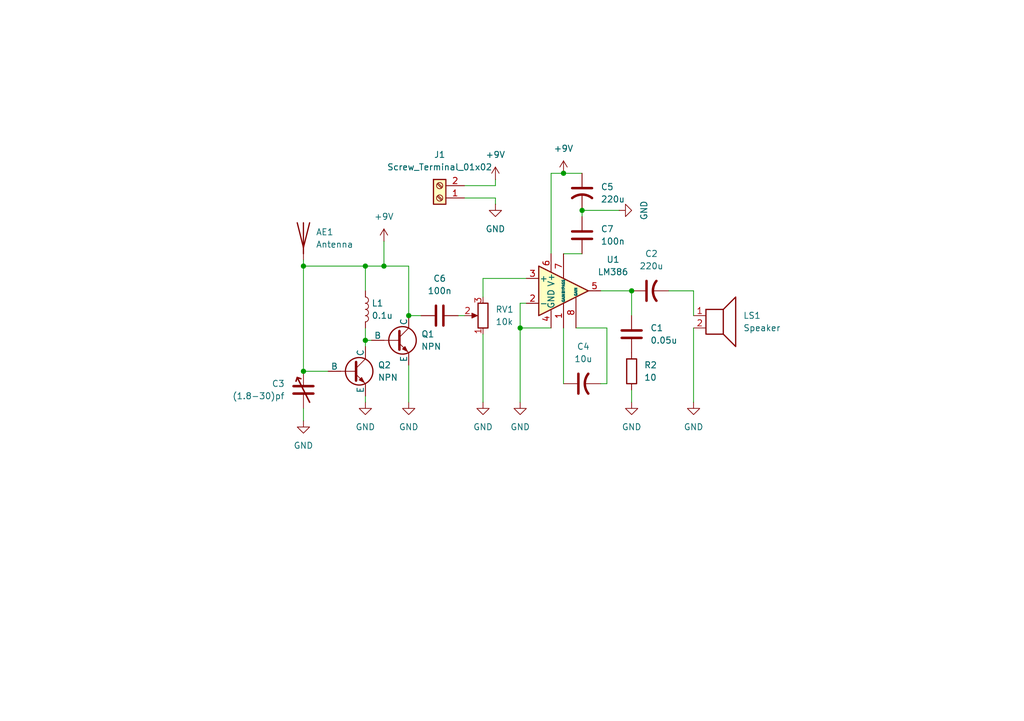
<source format=kicad_sch>
(kicad_sch
	(version 20250114)
	(generator "eeschema")
	(generator_version "9.0")
	(uuid "35206661-cff6-4a6f-9e5d-0b2d016310b3")
	(paper "A5")
	(lib_symbols
		(symbol "Amplifier_Audio:LM386"
			(pin_names
				(offset 0.127)
			)
			(exclude_from_sim no)
			(in_bom yes)
			(on_board yes)
			(property "Reference" "U"
				(at 1.27 7.62 0)
				(effects
					(font
						(size 1.27 1.27)
					)
					(justify left)
				)
			)
			(property "Value" "LM386"
				(at 1.27 5.08 0)
				(effects
					(font
						(size 1.27 1.27)
					)
					(justify left)
				)
			)
			(property "Footprint" ""
				(at 2.54 2.54 0)
				(effects
					(font
						(size 1.27 1.27)
					)
					(hide yes)
				)
			)
			(property "Datasheet" "http://www.ti.com/lit/ds/symlink/lm386.pdf"
				(at 5.08 5.08 0)
				(effects
					(font
						(size 1.27 1.27)
					)
					(hide yes)
				)
			)
			(property "Description" "Low Voltage Audio Power Amplifier, DIP-8/SOIC-8/SSOP-8"
				(at 0 0 0)
				(effects
					(font
						(size 1.27 1.27)
					)
					(hide yes)
				)
			)
			(property "ki_keywords" "single Power opamp"
				(at 0 0 0)
				(effects
					(font
						(size 1.27 1.27)
					)
					(hide yes)
				)
			)
			(property "ki_fp_filters" "SOIC*3.9x4.9mm*P1.27mm* DIP*W7.62mm* MSSOP*P0.65mm* TSSOP*3x3mm*P0.5mm*"
				(at 0 0 0)
				(effects
					(font
						(size 1.27 1.27)
					)
					(hide yes)
				)
			)
			(symbol "LM386_0_1"
				(polyline
					(pts
						(xy 5.08 0) (xy -5.08 5.08) (xy -5.08 -5.08) (xy 5.08 0)
					)
					(stroke
						(width 0.254)
						(type default)
					)
					(fill
						(type background)
					)
				)
			)
			(symbol "LM386_1_1"
				(pin input line
					(at -7.62 2.54 0)
					(length 2.54)
					(name "+"
						(effects
							(font
								(size 1.27 1.27)
							)
						)
					)
					(number "3"
						(effects
							(font
								(size 1.27 1.27)
							)
						)
					)
				)
				(pin input line
					(at -7.62 -2.54 0)
					(length 2.54)
					(name "-"
						(effects
							(font
								(size 1.27 1.27)
							)
						)
					)
					(number "2"
						(effects
							(font
								(size 1.27 1.27)
							)
						)
					)
				)
				(pin power_in line
					(at -2.54 7.62 270)
					(length 3.81)
					(name "V+"
						(effects
							(font
								(size 1.27 1.27)
							)
						)
					)
					(number "6"
						(effects
							(font
								(size 1.27 1.27)
							)
						)
					)
				)
				(pin power_in line
					(at -2.54 -7.62 90)
					(length 3.81)
					(name "GND"
						(effects
							(font
								(size 1.27 1.27)
							)
						)
					)
					(number "4"
						(effects
							(font
								(size 1.27 1.27)
							)
						)
					)
				)
				(pin input line
					(at 0 7.62 270)
					(length 5.08)
					(name "BYPASS"
						(effects
							(font
								(size 0.508 0.508)
							)
						)
					)
					(number "7"
						(effects
							(font
								(size 1.27 1.27)
							)
						)
					)
				)
				(pin input line
					(at 0 -7.62 90)
					(length 5.08)
					(name "GAIN"
						(effects
							(font
								(size 0.508 0.508)
							)
						)
					)
					(number "1"
						(effects
							(font
								(size 1.27 1.27)
							)
						)
					)
				)
				(pin input line
					(at 2.54 -7.62 90)
					(length 6.35)
					(name "GAIN"
						(effects
							(font
								(size 0.508 0.508)
							)
						)
					)
					(number "8"
						(effects
							(font
								(size 1.27 1.27)
							)
						)
					)
				)
				(pin output line
					(at 7.62 0 180)
					(length 2.54)
					(name "~"
						(effects
							(font
								(size 1.27 1.27)
							)
						)
					)
					(number "5"
						(effects
							(font
								(size 1.27 1.27)
							)
						)
					)
				)
			)
			(embedded_fonts no)
		)
		(symbol "Connector:Screw_Terminal_01x02"
			(pin_names
				(offset 1.016)
				(hide yes)
			)
			(exclude_from_sim no)
			(in_bom yes)
			(on_board yes)
			(property "Reference" "J"
				(at 0 2.54 0)
				(effects
					(font
						(size 1.27 1.27)
					)
				)
			)
			(property "Value" "Screw_Terminal_01x02"
				(at 0 -5.08 0)
				(effects
					(font
						(size 1.27 1.27)
					)
				)
			)
			(property "Footprint" ""
				(at 0 0 0)
				(effects
					(font
						(size 1.27 1.27)
					)
					(hide yes)
				)
			)
			(property "Datasheet" "~"
				(at 0 0 0)
				(effects
					(font
						(size 1.27 1.27)
					)
					(hide yes)
				)
			)
			(property "Description" "Generic screw terminal, single row, 01x02, script generated (kicad-library-utils/schlib/autogen/connector/)"
				(at 0 0 0)
				(effects
					(font
						(size 1.27 1.27)
					)
					(hide yes)
				)
			)
			(property "ki_keywords" "screw terminal"
				(at 0 0 0)
				(effects
					(font
						(size 1.27 1.27)
					)
					(hide yes)
				)
			)
			(property "ki_fp_filters" "TerminalBlock*:*"
				(at 0 0 0)
				(effects
					(font
						(size 1.27 1.27)
					)
					(hide yes)
				)
			)
			(symbol "Screw_Terminal_01x02_1_1"
				(rectangle
					(start -1.27 1.27)
					(end 1.27 -3.81)
					(stroke
						(width 0.254)
						(type default)
					)
					(fill
						(type background)
					)
				)
				(polyline
					(pts
						(xy -0.5334 0.3302) (xy 0.3302 -0.508)
					)
					(stroke
						(width 0.1524)
						(type default)
					)
					(fill
						(type none)
					)
				)
				(polyline
					(pts
						(xy -0.5334 -2.2098) (xy 0.3302 -3.048)
					)
					(stroke
						(width 0.1524)
						(type default)
					)
					(fill
						(type none)
					)
				)
				(polyline
					(pts
						(xy -0.3556 0.508) (xy 0.508 -0.3302)
					)
					(stroke
						(width 0.1524)
						(type default)
					)
					(fill
						(type none)
					)
				)
				(polyline
					(pts
						(xy -0.3556 -2.032) (xy 0.508 -2.8702)
					)
					(stroke
						(width 0.1524)
						(type default)
					)
					(fill
						(type none)
					)
				)
				(circle
					(center 0 0)
					(radius 0.635)
					(stroke
						(width 0.1524)
						(type default)
					)
					(fill
						(type none)
					)
				)
				(circle
					(center 0 -2.54)
					(radius 0.635)
					(stroke
						(width 0.1524)
						(type default)
					)
					(fill
						(type none)
					)
				)
				(pin passive line
					(at -5.08 0 0)
					(length 3.81)
					(name "Pin_1"
						(effects
							(font
								(size 1.27 1.27)
							)
						)
					)
					(number "1"
						(effects
							(font
								(size 1.27 1.27)
							)
						)
					)
				)
				(pin passive line
					(at -5.08 -2.54 0)
					(length 3.81)
					(name "Pin_2"
						(effects
							(font
								(size 1.27 1.27)
							)
						)
					)
					(number "2"
						(effects
							(font
								(size 1.27 1.27)
							)
						)
					)
				)
			)
			(embedded_fonts no)
		)
		(symbol "Device:Antenna"
			(pin_numbers
				(hide yes)
			)
			(pin_names
				(offset 1.016)
				(hide yes)
			)
			(exclude_from_sim no)
			(in_bom yes)
			(on_board yes)
			(property "Reference" "AE"
				(at -1.905 1.905 0)
				(effects
					(font
						(size 1.27 1.27)
					)
					(justify right)
				)
			)
			(property "Value" "Antenna"
				(at -1.905 0 0)
				(effects
					(font
						(size 1.27 1.27)
					)
					(justify right)
				)
			)
			(property "Footprint" ""
				(at 0 0 0)
				(effects
					(font
						(size 1.27 1.27)
					)
					(hide yes)
				)
			)
			(property "Datasheet" "~"
				(at 0 0 0)
				(effects
					(font
						(size 1.27 1.27)
					)
					(hide yes)
				)
			)
			(property "Description" "Antenna"
				(at 0 0 0)
				(effects
					(font
						(size 1.27 1.27)
					)
					(hide yes)
				)
			)
			(property "ki_keywords" "antenna"
				(at 0 0 0)
				(effects
					(font
						(size 1.27 1.27)
					)
					(hide yes)
				)
			)
			(symbol "Antenna_0_1"
				(polyline
					(pts
						(xy 0 2.54) (xy 0 -3.81)
					)
					(stroke
						(width 0.254)
						(type default)
					)
					(fill
						(type none)
					)
				)
				(polyline
					(pts
						(xy 1.27 2.54) (xy 0 -2.54) (xy -1.27 2.54)
					)
					(stroke
						(width 0.254)
						(type default)
					)
					(fill
						(type none)
					)
				)
			)
			(symbol "Antenna_1_1"
				(pin input line
					(at 0 -5.08 90)
					(length 2.54)
					(name "A"
						(effects
							(font
								(size 1.27 1.27)
							)
						)
					)
					(number "1"
						(effects
							(font
								(size 1.27 1.27)
							)
						)
					)
				)
			)
			(embedded_fonts no)
		)
		(symbol "Device:C"
			(pin_numbers
				(hide yes)
			)
			(pin_names
				(offset 0.254)
			)
			(exclude_from_sim no)
			(in_bom yes)
			(on_board yes)
			(property "Reference" "C"
				(at 0.635 2.54 0)
				(effects
					(font
						(size 1.27 1.27)
					)
					(justify left)
				)
			)
			(property "Value" "C"
				(at 0.635 -2.54 0)
				(effects
					(font
						(size 1.27 1.27)
					)
					(justify left)
				)
			)
			(property "Footprint" ""
				(at 0.9652 -3.81 0)
				(effects
					(font
						(size 1.27 1.27)
					)
					(hide yes)
				)
			)
			(property "Datasheet" "~"
				(at 0 0 0)
				(effects
					(font
						(size 1.27 1.27)
					)
					(hide yes)
				)
			)
			(property "Description" "Unpolarized capacitor"
				(at 0 0 0)
				(effects
					(font
						(size 1.27 1.27)
					)
					(hide yes)
				)
			)
			(property "ki_keywords" "cap capacitor"
				(at 0 0 0)
				(effects
					(font
						(size 1.27 1.27)
					)
					(hide yes)
				)
			)
			(property "ki_fp_filters" "C_*"
				(at 0 0 0)
				(effects
					(font
						(size 1.27 1.27)
					)
					(hide yes)
				)
			)
			(symbol "C_0_1"
				(polyline
					(pts
						(xy -2.032 0.762) (xy 2.032 0.762)
					)
					(stroke
						(width 0.508)
						(type default)
					)
					(fill
						(type none)
					)
				)
				(polyline
					(pts
						(xy -2.032 -0.762) (xy 2.032 -0.762)
					)
					(stroke
						(width 0.508)
						(type default)
					)
					(fill
						(type none)
					)
				)
			)
			(symbol "C_1_1"
				(pin passive line
					(at 0 3.81 270)
					(length 2.794)
					(name "~"
						(effects
							(font
								(size 1.27 1.27)
							)
						)
					)
					(number "1"
						(effects
							(font
								(size 1.27 1.27)
							)
						)
					)
				)
				(pin passive line
					(at 0 -3.81 90)
					(length 2.794)
					(name "~"
						(effects
							(font
								(size 1.27 1.27)
							)
						)
					)
					(number "2"
						(effects
							(font
								(size 1.27 1.27)
							)
						)
					)
				)
			)
			(embedded_fonts no)
		)
		(symbol "Device:C_US"
			(pin_numbers
				(hide yes)
			)
			(pin_names
				(offset 0.254)
				(hide yes)
			)
			(exclude_from_sim no)
			(in_bom yes)
			(on_board yes)
			(property "Reference" "C"
				(at 0.635 2.54 0)
				(effects
					(font
						(size 1.27 1.27)
					)
					(justify left)
				)
			)
			(property "Value" "C_US"
				(at 0.635 -2.54 0)
				(effects
					(font
						(size 1.27 1.27)
					)
					(justify left)
				)
			)
			(property "Footprint" ""
				(at 0 0 0)
				(effects
					(font
						(size 1.27 1.27)
					)
					(hide yes)
				)
			)
			(property "Datasheet" ""
				(at 0 0 0)
				(effects
					(font
						(size 1.27 1.27)
					)
					(hide yes)
				)
			)
			(property "Description" "capacitor, US symbol"
				(at 0 0 0)
				(effects
					(font
						(size 1.27 1.27)
					)
					(hide yes)
				)
			)
			(property "ki_keywords" "cap capacitor"
				(at 0 0 0)
				(effects
					(font
						(size 1.27 1.27)
					)
					(hide yes)
				)
			)
			(property "ki_fp_filters" "C_*"
				(at 0 0 0)
				(effects
					(font
						(size 1.27 1.27)
					)
					(hide yes)
				)
			)
			(symbol "C_US_0_1"
				(polyline
					(pts
						(xy -2.032 0.762) (xy 2.032 0.762)
					)
					(stroke
						(width 0.508)
						(type default)
					)
					(fill
						(type none)
					)
				)
				(arc
					(start -2.032 -1.27)
					(mid 0 -0.5572)
					(end 2.032 -1.27)
					(stroke
						(width 0.508)
						(type default)
					)
					(fill
						(type none)
					)
				)
			)
			(symbol "C_US_1_1"
				(pin passive line
					(at 0 3.81 270)
					(length 2.794)
					(name "~"
						(effects
							(font
								(size 1.27 1.27)
							)
						)
					)
					(number "1"
						(effects
							(font
								(size 1.27 1.27)
							)
						)
					)
				)
				(pin passive line
					(at 0 -3.81 90)
					(length 3.302)
					(name "~"
						(effects
							(font
								(size 1.27 1.27)
							)
						)
					)
					(number "2"
						(effects
							(font
								(size 1.27 1.27)
							)
						)
					)
				)
			)
			(embedded_fonts no)
		)
		(symbol "Device:C_Variable"
			(pin_numbers
				(hide yes)
			)
			(pin_names
				(offset 0.254)
				(hide yes)
			)
			(exclude_from_sim no)
			(in_bom yes)
			(on_board yes)
			(property "Reference" "C"
				(at 0.635 -1.905 0)
				(effects
					(font
						(size 1.27 1.27)
					)
					(justify left)
				)
			)
			(property "Value" "C_Variable"
				(at 0.635 -3.81 0)
				(effects
					(font
						(size 1.27 1.27)
					)
					(justify left)
				)
			)
			(property "Footprint" ""
				(at 0 0 0)
				(effects
					(font
						(size 1.27 1.27)
					)
					(hide yes)
				)
			)
			(property "Datasheet" "~"
				(at 0 0 0)
				(effects
					(font
						(size 1.27 1.27)
					)
					(hide yes)
				)
			)
			(property "Description" "Variable capacitor"
				(at 0 0 0)
				(effects
					(font
						(size 1.27 1.27)
					)
					(hide yes)
				)
			)
			(property "ki_keywords" "trimmer capacitor"
				(at 0 0 0)
				(effects
					(font
						(size 1.27 1.27)
					)
					(hide yes)
				)
			)
			(symbol "C_Variable_0_1"
				(polyline
					(pts
						(xy -2.032 0.762) (xy 2.032 0.762)
					)
					(stroke
						(width 0.508)
						(type default)
					)
					(fill
						(type none)
					)
				)
				(polyline
					(pts
						(xy -2.032 -0.762) (xy 2.032 -0.762)
					)
					(stroke
						(width 0.508)
						(type default)
					)
					(fill
						(type none)
					)
				)
				(polyline
					(pts
						(xy 1.27 2.54) (xy -1.27 -2.54)
					)
					(stroke
						(width 0.3048)
						(type default)
					)
					(fill
						(type none)
					)
				)
				(polyline
					(pts
						(xy 1.27 2.54) (xy 0.508 2.286)
					)
					(stroke
						(width 0.3048)
						(type default)
					)
					(fill
						(type none)
					)
				)
				(polyline
					(pts
						(xy 1.27 2.54) (xy 1.524 1.778)
					)
					(stroke
						(width 0.3048)
						(type default)
					)
					(fill
						(type none)
					)
				)
			)
			(symbol "C_Variable_1_1"
				(pin passive line
					(at 0 3.81 270)
					(length 3.048)
					(name "~"
						(effects
							(font
								(size 1.27 1.27)
							)
						)
					)
					(number "1"
						(effects
							(font
								(size 1.27 1.27)
							)
						)
					)
				)
				(pin passive line
					(at 0 -3.81 90)
					(length 3.048)
					(name "~"
						(effects
							(font
								(size 1.27 1.27)
							)
						)
					)
					(number "2"
						(effects
							(font
								(size 1.27 1.27)
							)
						)
					)
				)
			)
			(embedded_fonts no)
		)
		(symbol "Device:L"
			(pin_numbers
				(hide yes)
			)
			(pin_names
				(offset 1.016)
				(hide yes)
			)
			(exclude_from_sim no)
			(in_bom yes)
			(on_board yes)
			(property "Reference" "L"
				(at -1.27 0 90)
				(effects
					(font
						(size 1.27 1.27)
					)
				)
			)
			(property "Value" "L"
				(at 1.905 0 90)
				(effects
					(font
						(size 1.27 1.27)
					)
				)
			)
			(property "Footprint" ""
				(at 0 0 0)
				(effects
					(font
						(size 1.27 1.27)
					)
					(hide yes)
				)
			)
			(property "Datasheet" "~"
				(at 0 0 0)
				(effects
					(font
						(size 1.27 1.27)
					)
					(hide yes)
				)
			)
			(property "Description" "Inductor"
				(at 0 0 0)
				(effects
					(font
						(size 1.27 1.27)
					)
					(hide yes)
				)
			)
			(property "ki_keywords" "inductor choke coil reactor magnetic"
				(at 0 0 0)
				(effects
					(font
						(size 1.27 1.27)
					)
					(hide yes)
				)
			)
			(property "ki_fp_filters" "Choke_* *Coil* Inductor_* L_*"
				(at 0 0 0)
				(effects
					(font
						(size 1.27 1.27)
					)
					(hide yes)
				)
			)
			(symbol "L_0_1"
				(arc
					(start 0 2.54)
					(mid 0.6323 1.905)
					(end 0 1.27)
					(stroke
						(width 0)
						(type default)
					)
					(fill
						(type none)
					)
				)
				(arc
					(start 0 1.27)
					(mid 0.6323 0.635)
					(end 0 0)
					(stroke
						(width 0)
						(type default)
					)
					(fill
						(type none)
					)
				)
				(arc
					(start 0 0)
					(mid 0.6323 -0.635)
					(end 0 -1.27)
					(stroke
						(width 0)
						(type default)
					)
					(fill
						(type none)
					)
				)
				(arc
					(start 0 -1.27)
					(mid 0.6323 -1.905)
					(end 0 -2.54)
					(stroke
						(width 0)
						(type default)
					)
					(fill
						(type none)
					)
				)
			)
			(symbol "L_1_1"
				(pin passive line
					(at 0 3.81 270)
					(length 1.27)
					(name "1"
						(effects
							(font
								(size 1.27 1.27)
							)
						)
					)
					(number "1"
						(effects
							(font
								(size 1.27 1.27)
							)
						)
					)
				)
				(pin passive line
					(at 0 -3.81 90)
					(length 1.27)
					(name "2"
						(effects
							(font
								(size 1.27 1.27)
							)
						)
					)
					(number "2"
						(effects
							(font
								(size 1.27 1.27)
							)
						)
					)
				)
			)
			(embedded_fonts no)
		)
		(symbol "Device:R"
			(pin_numbers
				(hide yes)
			)
			(pin_names
				(offset 0)
			)
			(exclude_from_sim no)
			(in_bom yes)
			(on_board yes)
			(property "Reference" "R"
				(at 2.032 0 90)
				(effects
					(font
						(size 1.27 1.27)
					)
				)
			)
			(property "Value" "R"
				(at 0 0 90)
				(effects
					(font
						(size 1.27 1.27)
					)
				)
			)
			(property "Footprint" ""
				(at -1.778 0 90)
				(effects
					(font
						(size 1.27 1.27)
					)
					(hide yes)
				)
			)
			(property "Datasheet" "~"
				(at 0 0 0)
				(effects
					(font
						(size 1.27 1.27)
					)
					(hide yes)
				)
			)
			(property "Description" "Resistor"
				(at 0 0 0)
				(effects
					(font
						(size 1.27 1.27)
					)
					(hide yes)
				)
			)
			(property "ki_keywords" "R res resistor"
				(at 0 0 0)
				(effects
					(font
						(size 1.27 1.27)
					)
					(hide yes)
				)
			)
			(property "ki_fp_filters" "R_*"
				(at 0 0 0)
				(effects
					(font
						(size 1.27 1.27)
					)
					(hide yes)
				)
			)
			(symbol "R_0_1"
				(rectangle
					(start -1.016 -2.54)
					(end 1.016 2.54)
					(stroke
						(width 0.254)
						(type default)
					)
					(fill
						(type none)
					)
				)
			)
			(symbol "R_1_1"
				(pin passive line
					(at 0 3.81 270)
					(length 1.27)
					(name "~"
						(effects
							(font
								(size 1.27 1.27)
							)
						)
					)
					(number "1"
						(effects
							(font
								(size 1.27 1.27)
							)
						)
					)
				)
				(pin passive line
					(at 0 -3.81 90)
					(length 1.27)
					(name "~"
						(effects
							(font
								(size 1.27 1.27)
							)
						)
					)
					(number "2"
						(effects
							(font
								(size 1.27 1.27)
							)
						)
					)
				)
			)
			(embedded_fonts no)
		)
		(symbol "Device:R_Potentiometer"
			(pin_names
				(offset 1.016)
				(hide yes)
			)
			(exclude_from_sim no)
			(in_bom yes)
			(on_board yes)
			(property "Reference" "RV"
				(at -4.445 0 90)
				(effects
					(font
						(size 1.27 1.27)
					)
				)
			)
			(property "Value" "R_Potentiometer"
				(at -2.54 0 90)
				(effects
					(font
						(size 1.27 1.27)
					)
				)
			)
			(property "Footprint" ""
				(at 0 0 0)
				(effects
					(font
						(size 1.27 1.27)
					)
					(hide yes)
				)
			)
			(property "Datasheet" "~"
				(at 0 0 0)
				(effects
					(font
						(size 1.27 1.27)
					)
					(hide yes)
				)
			)
			(property "Description" "Potentiometer"
				(at 0 0 0)
				(effects
					(font
						(size 1.27 1.27)
					)
					(hide yes)
				)
			)
			(property "ki_keywords" "resistor variable"
				(at 0 0 0)
				(effects
					(font
						(size 1.27 1.27)
					)
					(hide yes)
				)
			)
			(property "ki_fp_filters" "Potentiometer*"
				(at 0 0 0)
				(effects
					(font
						(size 1.27 1.27)
					)
					(hide yes)
				)
			)
			(symbol "R_Potentiometer_0_1"
				(rectangle
					(start 1.016 2.54)
					(end -1.016 -2.54)
					(stroke
						(width 0.254)
						(type default)
					)
					(fill
						(type none)
					)
				)
				(polyline
					(pts
						(xy 1.143 0) (xy 2.286 0.508) (xy 2.286 -0.508) (xy 1.143 0)
					)
					(stroke
						(width 0)
						(type default)
					)
					(fill
						(type outline)
					)
				)
				(polyline
					(pts
						(xy 2.54 0) (xy 1.524 0)
					)
					(stroke
						(width 0)
						(type default)
					)
					(fill
						(type none)
					)
				)
			)
			(symbol "R_Potentiometer_1_1"
				(pin passive line
					(at 0 3.81 270)
					(length 1.27)
					(name "1"
						(effects
							(font
								(size 1.27 1.27)
							)
						)
					)
					(number "1"
						(effects
							(font
								(size 1.27 1.27)
							)
						)
					)
				)
				(pin passive line
					(at 0 -3.81 90)
					(length 1.27)
					(name "3"
						(effects
							(font
								(size 1.27 1.27)
							)
						)
					)
					(number "3"
						(effects
							(font
								(size 1.27 1.27)
							)
						)
					)
				)
				(pin passive line
					(at 3.81 0 180)
					(length 1.27)
					(name "2"
						(effects
							(font
								(size 1.27 1.27)
							)
						)
					)
					(number "2"
						(effects
							(font
								(size 1.27 1.27)
							)
						)
					)
				)
			)
			(embedded_fonts no)
		)
		(symbol "Device:Speaker"
			(pin_names
				(offset 0)
				(hide yes)
			)
			(exclude_from_sim no)
			(in_bom yes)
			(on_board yes)
			(property "Reference" "LS"
				(at 1.27 5.715 0)
				(effects
					(font
						(size 1.27 1.27)
					)
					(justify right)
				)
			)
			(property "Value" "Speaker"
				(at 1.27 3.81 0)
				(effects
					(font
						(size 1.27 1.27)
					)
					(justify right)
				)
			)
			(property "Footprint" ""
				(at 0 -5.08 0)
				(effects
					(font
						(size 1.27 1.27)
					)
					(hide yes)
				)
			)
			(property "Datasheet" "~"
				(at -0.254 -1.27 0)
				(effects
					(font
						(size 1.27 1.27)
					)
					(hide yes)
				)
			)
			(property "Description" "Speaker"
				(at 0 0 0)
				(effects
					(font
						(size 1.27 1.27)
					)
					(hide yes)
				)
			)
			(property "ki_keywords" "speaker sound"
				(at 0 0 0)
				(effects
					(font
						(size 1.27 1.27)
					)
					(hide yes)
				)
			)
			(symbol "Speaker_0_0"
				(rectangle
					(start -2.54 1.27)
					(end 1.016 -3.81)
					(stroke
						(width 0.254)
						(type default)
					)
					(fill
						(type none)
					)
				)
				(polyline
					(pts
						(xy 1.016 1.27) (xy 3.556 3.81) (xy 3.556 -6.35) (xy 1.016 -3.81)
					)
					(stroke
						(width 0.254)
						(type default)
					)
					(fill
						(type none)
					)
				)
			)
			(symbol "Speaker_1_1"
				(pin input line
					(at -5.08 0 0)
					(length 2.54)
					(name "1"
						(effects
							(font
								(size 1.27 1.27)
							)
						)
					)
					(number "1"
						(effects
							(font
								(size 1.27 1.27)
							)
						)
					)
				)
				(pin input line
					(at -5.08 -2.54 0)
					(length 2.54)
					(name "2"
						(effects
							(font
								(size 1.27 1.27)
							)
						)
					)
					(number "2"
						(effects
							(font
								(size 1.27 1.27)
							)
						)
					)
				)
			)
			(embedded_fonts no)
		)
		(symbol "Simulation_SPICE:NPN"
			(pin_numbers
				(hide yes)
			)
			(pin_names
				(offset 0)
			)
			(exclude_from_sim no)
			(in_bom yes)
			(on_board yes)
			(property "Reference" "Q"
				(at -2.54 7.62 0)
				(effects
					(font
						(size 1.27 1.27)
					)
				)
			)
			(property "Value" "NPN"
				(at -2.54 5.08 0)
				(effects
					(font
						(size 1.27 1.27)
					)
				)
			)
			(property "Footprint" ""
				(at 63.5 0 0)
				(effects
					(font
						(size 1.27 1.27)
					)
					(hide yes)
				)
			)
			(property "Datasheet" "https://ngspice.sourceforge.io/docs/ngspice-html-manual/manual.xhtml#cha_BJTs"
				(at 63.5 0 0)
				(effects
					(font
						(size 1.27 1.27)
					)
					(hide yes)
				)
			)
			(property "Description" "Bipolar transistor symbol for simulation only, substrate tied to the emitter"
				(at 0 0 0)
				(effects
					(font
						(size 1.27 1.27)
					)
					(hide yes)
				)
			)
			(property "Sim.Device" "NPN"
				(at 0 0 0)
				(effects
					(font
						(size 1.27 1.27)
					)
					(hide yes)
				)
			)
			(property "Sim.Type" "GUMMELPOON"
				(at 0 0 0)
				(effects
					(font
						(size 1.27 1.27)
					)
					(hide yes)
				)
			)
			(property "Sim.Pins" "1=C 2=B 3=E"
				(at 0 0 0)
				(effects
					(font
						(size 1.27 1.27)
					)
					(hide yes)
				)
			)
			(property "ki_keywords" "simulation"
				(at 0 0 0)
				(effects
					(font
						(size 1.27 1.27)
					)
					(hide yes)
				)
			)
			(symbol "NPN_0_1"
				(polyline
					(pts
						(xy -2.54 0) (xy 0.635 0)
					)
					(stroke
						(width 0.1524)
						(type default)
					)
					(fill
						(type none)
					)
				)
				(polyline
					(pts
						(xy 0.635 1.905) (xy 0.635 -1.905) (xy 0.635 -1.905)
					)
					(stroke
						(width 0.508)
						(type default)
					)
					(fill
						(type none)
					)
				)
				(polyline
					(pts
						(xy 0.635 0.635) (xy 2.54 2.54)
					)
					(stroke
						(width 0)
						(type default)
					)
					(fill
						(type none)
					)
				)
				(polyline
					(pts
						(xy 0.635 -0.635) (xy 2.54 -2.54) (xy 2.54 -2.54)
					)
					(stroke
						(width 0)
						(type default)
					)
					(fill
						(type none)
					)
				)
				(circle
					(center 1.27 0)
					(radius 2.8194)
					(stroke
						(width 0.254)
						(type default)
					)
					(fill
						(type none)
					)
				)
				(polyline
					(pts
						(xy 1.27 -1.778) (xy 1.778 -1.27) (xy 2.286 -2.286) (xy 1.27 -1.778) (xy 1.27 -1.778)
					)
					(stroke
						(width 0)
						(type default)
					)
					(fill
						(type outline)
					)
				)
				(polyline
					(pts
						(xy 2.794 -1.27) (xy 2.794 -1.27)
					)
					(stroke
						(width 0.1524)
						(type default)
					)
					(fill
						(type none)
					)
				)
				(polyline
					(pts
						(xy 2.794 -1.27) (xy 2.794 -1.27)
					)
					(stroke
						(width 0.1524)
						(type default)
					)
					(fill
						(type none)
					)
				)
			)
			(symbol "NPN_1_1"
				(pin input line
					(at -5.08 0 0)
					(length 2.54)
					(name "B"
						(effects
							(font
								(size 1.27 1.27)
							)
						)
					)
					(number "2"
						(effects
							(font
								(size 1.27 1.27)
							)
						)
					)
				)
				(pin open_collector line
					(at 2.54 5.08 270)
					(length 2.54)
					(name "C"
						(effects
							(font
								(size 1.27 1.27)
							)
						)
					)
					(number "1"
						(effects
							(font
								(size 1.27 1.27)
							)
						)
					)
				)
				(pin open_emitter line
					(at 2.54 -5.08 90)
					(length 2.54)
					(name "E"
						(effects
							(font
								(size 1.27 1.27)
							)
						)
					)
					(number "3"
						(effects
							(font
								(size 1.27 1.27)
							)
						)
					)
				)
			)
			(embedded_fonts no)
		)
		(symbol "power:+9V"
			(power)
			(pin_numbers
				(hide yes)
			)
			(pin_names
				(offset 0)
				(hide yes)
			)
			(exclude_from_sim no)
			(in_bom yes)
			(on_board yes)
			(property "Reference" "#PWR"
				(at 0 -3.81 0)
				(effects
					(font
						(size 1.27 1.27)
					)
					(hide yes)
				)
			)
			(property "Value" "+9V"
				(at 0 3.556 0)
				(effects
					(font
						(size 1.27 1.27)
					)
				)
			)
			(property "Footprint" ""
				(at 0 0 0)
				(effects
					(font
						(size 1.27 1.27)
					)
					(hide yes)
				)
			)
			(property "Datasheet" ""
				(at 0 0 0)
				(effects
					(font
						(size 1.27 1.27)
					)
					(hide yes)
				)
			)
			(property "Description" "Power symbol creates a global label with name \"+9V\""
				(at 0 0 0)
				(effects
					(font
						(size 1.27 1.27)
					)
					(hide yes)
				)
			)
			(property "ki_keywords" "global power"
				(at 0 0 0)
				(effects
					(font
						(size 1.27 1.27)
					)
					(hide yes)
				)
			)
			(symbol "+9V_0_1"
				(polyline
					(pts
						(xy -0.762 1.27) (xy 0 2.54)
					)
					(stroke
						(width 0)
						(type default)
					)
					(fill
						(type none)
					)
				)
				(polyline
					(pts
						(xy 0 2.54) (xy 0.762 1.27)
					)
					(stroke
						(width 0)
						(type default)
					)
					(fill
						(type none)
					)
				)
				(polyline
					(pts
						(xy 0 0) (xy 0 2.54)
					)
					(stroke
						(width 0)
						(type default)
					)
					(fill
						(type none)
					)
				)
			)
			(symbol "+9V_1_1"
				(pin power_in line
					(at 0 0 90)
					(length 0)
					(name "~"
						(effects
							(font
								(size 1.27 1.27)
							)
						)
					)
					(number "1"
						(effects
							(font
								(size 1.27 1.27)
							)
						)
					)
				)
			)
			(embedded_fonts no)
		)
		(symbol "power:GND"
			(power)
			(pin_numbers
				(hide yes)
			)
			(pin_names
				(offset 0)
				(hide yes)
			)
			(exclude_from_sim no)
			(in_bom yes)
			(on_board yes)
			(property "Reference" "#PWR"
				(at 0 -6.35 0)
				(effects
					(font
						(size 1.27 1.27)
					)
					(hide yes)
				)
			)
			(property "Value" "GND"
				(at 0 -3.81 0)
				(effects
					(font
						(size 1.27 1.27)
					)
				)
			)
			(property "Footprint" ""
				(at 0 0 0)
				(effects
					(font
						(size 1.27 1.27)
					)
					(hide yes)
				)
			)
			(property "Datasheet" ""
				(at 0 0 0)
				(effects
					(font
						(size 1.27 1.27)
					)
					(hide yes)
				)
			)
			(property "Description" "Power symbol creates a global label with name \"GND\" , ground"
				(at 0 0 0)
				(effects
					(font
						(size 1.27 1.27)
					)
					(hide yes)
				)
			)
			(property "ki_keywords" "global power"
				(at 0 0 0)
				(effects
					(font
						(size 1.27 1.27)
					)
					(hide yes)
				)
			)
			(symbol "GND_0_1"
				(polyline
					(pts
						(xy 0 0) (xy 0 -1.27) (xy 1.27 -1.27) (xy 0 -2.54) (xy -1.27 -1.27) (xy 0 -1.27)
					)
					(stroke
						(width 0)
						(type default)
					)
					(fill
						(type none)
					)
				)
			)
			(symbol "GND_1_1"
				(pin power_in line
					(at 0 0 270)
					(length 0)
					(name "~"
						(effects
							(font
								(size 1.27 1.27)
							)
						)
					)
					(number "1"
						(effects
							(font
								(size 1.27 1.27)
							)
						)
					)
				)
			)
			(embedded_fonts no)
		)
	)
	(junction
		(at 83.82 64.77)
		(diameter 0)
		(color 0 0 0 0)
		(uuid "098b3e86-30b5-49b9-8d83-434af0aa0477")
	)
	(junction
		(at 62.23 54.61)
		(diameter 0)
		(color 0 0 0 0)
		(uuid "11682733-2923-499c-a6aa-77c3f3827ce3")
	)
	(junction
		(at 62.23 76.2)
		(diameter 0)
		(color 0 0 0 0)
		(uuid "18ab530d-3b2f-4708-81df-ff4976ae1821")
	)
	(junction
		(at 74.93 69.85)
		(diameter 0)
		(color 0 0 0 0)
		(uuid "4c66a948-8dcd-4c1d-aab4-066a01c3b9f9")
	)
	(junction
		(at 119.38 43.18)
		(diameter 0)
		(color 0 0 0 0)
		(uuid "706e4b04-04e4-4955-b316-4a6fdfafa10f")
	)
	(junction
		(at 129.54 59.69)
		(diameter 0)
		(color 0 0 0 0)
		(uuid "882bd565-1c2a-4064-a78c-cac4c3bc3cf5")
	)
	(junction
		(at 115.57 35.56)
		(diameter 0)
		(color 0 0 0 0)
		(uuid "9e02a951-9c0d-469b-8076-62cc65239577")
	)
	(junction
		(at 78.74 54.61)
		(diameter 0)
		(color 0 0 0 0)
		(uuid "c69066a2-10b2-4a3e-ab77-b19afd592d61")
	)
	(junction
		(at 106.68 67.31)
		(diameter 0)
		(color 0 0 0 0)
		(uuid "f0a077fc-d7ff-4dc6-a546-d7848cc8542c")
	)
	(junction
		(at 74.93 54.61)
		(diameter 0)
		(color 0 0 0 0)
		(uuid "f534de8c-4632-4d99-9fcd-0e0864a0b88f")
	)
	(wire
		(pts
			(xy 67.31 76.2) (xy 62.23 76.2)
		)
		(stroke
			(width 0)
			(type default)
		)
		(uuid "0b7f3594-0be4-488e-a968-517289b44a37")
	)
	(wire
		(pts
			(xy 101.6 41.91) (xy 101.6 40.64)
		)
		(stroke
			(width 0)
			(type default)
		)
		(uuid "0c618247-4926-4d8d-a920-57c706e3868f")
	)
	(wire
		(pts
			(xy 129.54 59.69) (xy 129.54 64.77)
		)
		(stroke
			(width 0)
			(type default)
		)
		(uuid "0e52a006-3742-484d-b8f7-98b7a8b8a6a0")
	)
	(wire
		(pts
			(xy 95.25 38.1) (xy 101.6 38.1)
		)
		(stroke
			(width 0)
			(type default)
		)
		(uuid "15ec857e-94ff-4f9c-a1ee-18915216cffc")
	)
	(wire
		(pts
			(xy 83.82 74.93) (xy 83.82 82.55)
		)
		(stroke
			(width 0)
			(type default)
		)
		(uuid "16f16011-4118-47ec-8a46-b83d11f8a1a1")
	)
	(wire
		(pts
			(xy 142.24 67.31) (xy 142.24 82.55)
		)
		(stroke
			(width 0)
			(type default)
		)
		(uuid "1af40aac-e51b-4f77-8af5-4742ff4a8153")
	)
	(wire
		(pts
			(xy 107.95 62.23) (xy 106.68 62.23)
		)
		(stroke
			(width 0)
			(type default)
		)
		(uuid "1cd8f25a-623d-40ab-9874-a631b8a1e65a")
	)
	(wire
		(pts
			(xy 115.57 35.56) (xy 119.38 35.56)
		)
		(stroke
			(width 0)
			(type default)
		)
		(uuid "1f104ab2-c5ae-4afb-bfef-009cf2be7307")
	)
	(wire
		(pts
			(xy 106.68 67.31) (xy 113.03 67.31)
		)
		(stroke
			(width 0)
			(type default)
		)
		(uuid "2922aab8-e05e-435b-ac27-0695c1bac0d1")
	)
	(wire
		(pts
			(xy 74.93 67.31) (xy 74.93 69.85)
		)
		(stroke
			(width 0)
			(type default)
		)
		(uuid "2cfe0742-8583-4c1c-9688-0f2d10f1e4da")
	)
	(wire
		(pts
			(xy 62.23 54.61) (xy 74.93 54.61)
		)
		(stroke
			(width 0)
			(type default)
		)
		(uuid "30717d01-a828-4f9f-9afe-f79030560406")
	)
	(wire
		(pts
			(xy 83.82 64.77) (xy 86.36 64.77)
		)
		(stroke
			(width 0)
			(type default)
		)
		(uuid "347c970e-2a25-48f9-ba39-46d3d71e427e")
	)
	(wire
		(pts
			(xy 78.74 49.53) (xy 78.74 54.61)
		)
		(stroke
			(width 0)
			(type default)
		)
		(uuid "3ee8bea0-8873-4bf3-8417-9a760dac5fa5")
	)
	(wire
		(pts
			(xy 74.93 81.28) (xy 74.93 82.55)
		)
		(stroke
			(width 0)
			(type default)
		)
		(uuid "3fbca2c4-8873-43f1-89ab-96a72084529f")
	)
	(wire
		(pts
			(xy 137.16 59.69) (xy 142.24 59.69)
		)
		(stroke
			(width 0)
			(type default)
		)
		(uuid "43ca58de-cff2-4e08-b10e-091784f6b9ad")
	)
	(wire
		(pts
			(xy 74.93 54.61) (xy 74.93 59.69)
		)
		(stroke
			(width 0)
			(type default)
		)
		(uuid "45ffe221-3df0-4f30-b3fb-6fbe6eef6001")
	)
	(wire
		(pts
			(xy 115.57 35.56) (xy 113.03 35.56)
		)
		(stroke
			(width 0)
			(type default)
		)
		(uuid "48938fbd-715f-4be0-a587-ef3a1f9b7cc9")
	)
	(wire
		(pts
			(xy 62.23 54.61) (xy 62.23 76.2)
		)
		(stroke
			(width 0)
			(type default)
		)
		(uuid "4ae7194c-7209-45ed-9e30-6c7ac8f28e6f")
	)
	(wire
		(pts
			(xy 78.74 54.61) (xy 83.82 54.61)
		)
		(stroke
			(width 0)
			(type default)
		)
		(uuid "52549281-4fc8-43fc-9008-ad418148e407")
	)
	(wire
		(pts
			(xy 78.74 54.61) (xy 74.93 54.61)
		)
		(stroke
			(width 0)
			(type default)
		)
		(uuid "59f16318-182a-46e8-9f45-4926bfa1d6e1")
	)
	(wire
		(pts
			(xy 76.2 69.85) (xy 74.93 69.85)
		)
		(stroke
			(width 0)
			(type default)
		)
		(uuid "5d79d8e9-cbd9-4d37-b310-c90f972525c7")
	)
	(wire
		(pts
			(xy 129.54 80.01) (xy 129.54 82.55)
		)
		(stroke
			(width 0)
			(type default)
		)
		(uuid "6d5889e2-d008-4c7d-b134-3e5d99bd4e6c")
	)
	(wire
		(pts
			(xy 113.03 35.56) (xy 113.03 52.07)
		)
		(stroke
			(width 0)
			(type default)
		)
		(uuid "71617dde-a829-4ea4-a478-c34fffe89c74")
	)
	(wire
		(pts
			(xy 101.6 38.1) (xy 101.6 36.83)
		)
		(stroke
			(width 0)
			(type default)
		)
		(uuid "79f22429-4a68-4aa0-b50f-8b6c4bfa8105")
	)
	(wire
		(pts
			(xy 74.93 69.85) (xy 74.93 71.12)
		)
		(stroke
			(width 0)
			(type default)
		)
		(uuid "8060c8fc-8e68-495e-a93c-dfa005257a99")
	)
	(wire
		(pts
			(xy 62.23 83.82) (xy 62.23 86.36)
		)
		(stroke
			(width 0)
			(type default)
		)
		(uuid "856cd547-578b-43d3-880b-6273319dd382")
	)
	(wire
		(pts
			(xy 99.06 57.15) (xy 99.06 60.96)
		)
		(stroke
			(width 0)
			(type default)
		)
		(uuid "868033e8-6ecc-40ba-b607-609d1c5cc455")
	)
	(wire
		(pts
			(xy 106.68 67.31) (xy 106.68 82.55)
		)
		(stroke
			(width 0)
			(type default)
		)
		(uuid "8df38ee8-8fd2-446a-8d7c-891ad536f539")
	)
	(wire
		(pts
			(xy 124.46 67.31) (xy 124.46 78.74)
		)
		(stroke
			(width 0)
			(type default)
		)
		(uuid "9772aaac-8b05-4526-a40a-f72460db018a")
	)
	(wire
		(pts
			(xy 119.38 43.18) (xy 119.38 44.45)
		)
		(stroke
			(width 0)
			(type default)
		)
		(uuid "9903a3fd-fb24-46ea-abf3-6932db658e9f")
	)
	(wire
		(pts
			(xy 124.46 78.74) (xy 123.19 78.74)
		)
		(stroke
			(width 0)
			(type default)
		)
		(uuid "9c1a2945-f2ee-4216-ac0f-19c32f666b9b")
	)
	(wire
		(pts
			(xy 101.6 40.64) (xy 95.25 40.64)
		)
		(stroke
			(width 0)
			(type default)
		)
		(uuid "9f876f02-f27d-46f5-a53e-b6feafc69e1c")
	)
	(wire
		(pts
			(xy 107.95 57.15) (xy 99.06 57.15)
		)
		(stroke
			(width 0)
			(type default)
		)
		(uuid "ab8d62bd-2cd4-4f23-9170-cee51717cb09")
	)
	(wire
		(pts
			(xy 62.23 53.34) (xy 62.23 54.61)
		)
		(stroke
			(width 0)
			(type default)
		)
		(uuid "abede5d9-4a74-4923-8259-6871240998a5")
	)
	(wire
		(pts
			(xy 142.24 59.69) (xy 142.24 64.77)
		)
		(stroke
			(width 0)
			(type default)
		)
		(uuid "b41bd45d-5c59-465c-88eb-48c260f7d90e")
	)
	(wire
		(pts
			(xy 83.82 54.61) (xy 83.82 64.77)
		)
		(stroke
			(width 0)
			(type default)
		)
		(uuid "b73b7dd6-f57e-49e6-b7bf-1f3aace8ef78")
	)
	(wire
		(pts
			(xy 106.68 62.23) (xy 106.68 67.31)
		)
		(stroke
			(width 0)
			(type default)
		)
		(uuid "c44d25f9-ee93-411a-a00d-101d57d980f7")
	)
	(wire
		(pts
			(xy 118.11 67.31) (xy 124.46 67.31)
		)
		(stroke
			(width 0)
			(type default)
		)
		(uuid "cd905c64-1ba8-4f17-b44a-216d5dfe910f")
	)
	(wire
		(pts
			(xy 99.06 68.58) (xy 99.06 82.55)
		)
		(stroke
			(width 0)
			(type default)
		)
		(uuid "d1e989c8-00bb-4aad-9fb7-7d44dc091529")
	)
	(wire
		(pts
			(xy 119.38 43.18) (xy 127 43.18)
		)
		(stroke
			(width 0)
			(type default)
		)
		(uuid "ebbbf158-5224-4e96-b81f-01c037b9dcd9")
	)
	(wire
		(pts
			(xy 93.98 64.77) (xy 95.25 64.77)
		)
		(stroke
			(width 0)
			(type default)
		)
		(uuid "f2f5ae45-b3b7-4282-82cb-e9050cee1811")
	)
	(wire
		(pts
			(xy 123.19 59.69) (xy 129.54 59.69)
		)
		(stroke
			(width 0)
			(type default)
		)
		(uuid "f329a4b1-14dc-4bdd-8000-7cc13ef85ee8")
	)
	(wire
		(pts
			(xy 119.38 52.07) (xy 115.57 52.07)
		)
		(stroke
			(width 0)
			(type default)
		)
		(uuid "f4ba33a3-85e9-4109-b3f6-580d64e60a0f")
	)
	(wire
		(pts
			(xy 115.57 67.31) (xy 115.57 78.74)
		)
		(stroke
			(width 0)
			(type default)
		)
		(uuid "fc23e24e-aa44-4337-a419-b9c6169febd2")
	)
	(symbol
		(lib_id "Device:C_US")
		(at 133.35 59.69 90)
		(unit 1)
		(exclude_from_sim no)
		(in_bom yes)
		(on_board yes)
		(dnp no)
		(fields_autoplaced yes)
		(uuid "0c9a24b0-0cb8-4358-952e-98f161729312")
		(property "Reference" "C2"
			(at 133.604 52.07 90)
			(effects
				(font
					(size 1.27 1.27)
				)
			)
		)
		(property "Value" "220u"
			(at 133.604 54.61 90)
			(effects
				(font
					(size 1.27 1.27)
				)
			)
		)
		(property "Footprint" "Capacitor_THT:CP_Radial_D5.0mm_P2.50mm"
			(at 133.35 59.69 0)
			(effects
				(font
					(size 1.27 1.27)
				)
				(hide yes)
			)
		)
		(property "Datasheet" ""
			(at 133.35 59.69 0)
			(effects
				(font
					(size 1.27 1.27)
				)
				(hide yes)
			)
		)
		(property "Description" "capacitor, US symbol"
			(at 133.35 59.69 0)
			(effects
				(font
					(size 1.27 1.27)
				)
				(hide yes)
			)
		)
		(pin "1"
			(uuid "0bb79463-d959-4272-9a1c-11e903b97efa")
		)
		(pin "2"
			(uuid "1d7583d2-369d-48b9-8fa2-5de0635616e1")
		)
		(instances
			(project ""
				(path "/35206661-cff6-4a6f-9e5d-0b2d016310b3"
					(reference "C2")
					(unit 1)
				)
			)
		)
	)
	(symbol
		(lib_id "Device:C_US")
		(at 119.38 39.37 0)
		(unit 1)
		(exclude_from_sim no)
		(in_bom yes)
		(on_board yes)
		(dnp no)
		(fields_autoplaced yes)
		(uuid "103b27e7-eada-46d6-9f47-cdf6dfe157a5")
		(property "Reference" "C5"
			(at 123.19 38.3539 0)
			(effects
				(font
					(size 1.27 1.27)
				)
				(justify left)
			)
		)
		(property "Value" "220u"
			(at 123.19 40.8939 0)
			(effects
				(font
					(size 1.27 1.27)
				)
				(justify left)
			)
		)
		(property "Footprint" "Capacitor_THT:CP_Radial_D5.0mm_P2.50mm"
			(at 119.38 39.37 0)
			(effects
				(font
					(size 1.27 1.27)
				)
				(hide yes)
			)
		)
		(property "Datasheet" ""
			(at 119.38 39.37 0)
			(effects
				(font
					(size 1.27 1.27)
				)
				(hide yes)
			)
		)
		(property "Description" "capacitor, US symbol"
			(at 119.38 39.37 0)
			(effects
				(font
					(size 1.27 1.27)
				)
				(hide yes)
			)
		)
		(pin "1"
			(uuid "3cb560e2-6af7-46f4-a2f5-52afcb4374fd")
		)
		(pin "2"
			(uuid "5488ad02-06bb-444f-800e-be5391a6a410")
		)
		(instances
			(project "fm-radio"
				(path "/35206661-cff6-4a6f-9e5d-0b2d016310b3"
					(reference "C5")
					(unit 1)
				)
			)
		)
	)
	(symbol
		(lib_id "power:GND")
		(at 99.06 82.55 0)
		(unit 1)
		(exclude_from_sim no)
		(in_bom yes)
		(on_board yes)
		(dnp no)
		(fields_autoplaced yes)
		(uuid "183d6455-cd42-44ea-bfad-d53f67bb7b09")
		(property "Reference" "#PWR04"
			(at 99.06 88.9 0)
			(effects
				(font
					(size 1.27 1.27)
				)
				(hide yes)
			)
		)
		(property "Value" "GND"
			(at 99.06 87.63 0)
			(effects
				(font
					(size 1.27 1.27)
				)
			)
		)
		(property "Footprint" ""
			(at 99.06 82.55 0)
			(effects
				(font
					(size 1.27 1.27)
				)
				(hide yes)
			)
		)
		(property "Datasheet" ""
			(at 99.06 82.55 0)
			(effects
				(font
					(size 1.27 1.27)
				)
				(hide yes)
			)
		)
		(property "Description" "Power symbol creates a global label with name \"GND\" , ground"
			(at 99.06 82.55 0)
			(effects
				(font
					(size 1.27 1.27)
				)
				(hide yes)
			)
		)
		(pin "1"
			(uuid "fedb39a8-fee4-44a8-8fd2-12cbcf15b0fe")
		)
		(instances
			(project "fm-radio"
				(path "/35206661-cff6-4a6f-9e5d-0b2d016310b3"
					(reference "#PWR04")
					(unit 1)
				)
			)
		)
	)
	(symbol
		(lib_id "Device:L")
		(at 74.93 63.5 0)
		(unit 1)
		(exclude_from_sim no)
		(in_bom yes)
		(on_board yes)
		(dnp no)
		(fields_autoplaced yes)
		(uuid "1b0b86e5-e76d-479b-ae3a-a9031a75a59a")
		(property "Reference" "L1"
			(at 76.2 62.2299 0)
			(effects
				(font
					(size 1.27 1.27)
				)
				(justify left)
			)
		)
		(property "Value" "0.1u"
			(at 76.2 64.7699 0)
			(effects
				(font
					(size 1.27 1.27)
				)
				(justify left)
			)
		)
		(property "Footprint" "Inductor_THT:L_Axial_L11.0mm_D4.5mm_P15.24mm_Horizontal_Fastron_MECC"
			(at 74.93 63.5 0)
			(effects
				(font
					(size 1.27 1.27)
				)
				(hide yes)
			)
		)
		(property "Datasheet" "~"
			(at 74.93 63.5 0)
			(effects
				(font
					(size 1.27 1.27)
				)
				(hide yes)
			)
		)
		(property "Description" "Inductor"
			(at 74.93 63.5 0)
			(effects
				(font
					(size 1.27 1.27)
				)
				(hide yes)
			)
		)
		(pin "2"
			(uuid "bde18e39-e4bd-4ee0-a431-0250c8822270")
		)
		(pin "1"
			(uuid "900d03a4-2f73-42b3-97cb-47e53570e2cb")
		)
		(instances
			(project ""
				(path "/35206661-cff6-4a6f-9e5d-0b2d016310b3"
					(reference "L1")
					(unit 1)
				)
			)
		)
	)
	(symbol
		(lib_id "Simulation_SPICE:NPN")
		(at 72.39 76.2 0)
		(unit 1)
		(exclude_from_sim no)
		(in_bom yes)
		(on_board yes)
		(dnp no)
		(fields_autoplaced yes)
		(uuid "20d2199c-7941-4874-880e-18edbfdf7c18")
		(property "Reference" "Q2"
			(at 77.47 74.9299 0)
			(effects
				(font
					(size 1.27 1.27)
				)
				(justify left)
			)
		)
		(property "Value" "NPN"
			(at 77.47 77.4699 0)
			(effects
				(font
					(size 1.27 1.27)
				)
				(justify left)
			)
		)
		(property "Footprint" "Package_TO_SOT_THT:TO-92_Inline"
			(at 135.89 76.2 0)
			(effects
				(font
					(size 1.27 1.27)
				)
				(hide yes)
			)
		)
		(property "Datasheet" "https://ngspice.sourceforge.io/docs/ngspice-html-manual/manual.xhtml#cha_BJTs"
			(at 135.89 76.2 0)
			(effects
				(font
					(size 1.27 1.27)
				)
				(hide yes)
			)
		)
		(property "Description" "Bipolar transistor symbol for simulation only, substrate tied to the emitter"
			(at 72.39 76.2 0)
			(effects
				(font
					(size 1.27 1.27)
				)
				(hide yes)
			)
		)
		(property "Sim.Device" "NPN"
			(at 72.39 76.2 0)
			(effects
				(font
					(size 1.27 1.27)
				)
				(hide yes)
			)
		)
		(property "Sim.Type" "GUMMELPOON"
			(at 72.39 76.2 0)
			(effects
				(font
					(size 1.27 1.27)
				)
				(hide yes)
			)
		)
		(property "Sim.Pins" "1=C 2=B 3=E"
			(at 72.39 76.2 0)
			(effects
				(font
					(size 1.27 1.27)
				)
				(hide yes)
			)
		)
		(pin "3"
			(uuid "4189321a-ec61-4712-9beb-2b843841dbc9")
		)
		(pin "1"
			(uuid "da365c2e-5d8f-4e11-9bc3-e5eba34d10cf")
		)
		(pin "2"
			(uuid "0bb797f4-c801-4e48-8d0d-04ce3dacbad9")
		)
		(instances
			(project "fm-radio"
				(path "/35206661-cff6-4a6f-9e5d-0b2d016310b3"
					(reference "Q2")
					(unit 1)
				)
			)
		)
	)
	(symbol
		(lib_id "power:GND")
		(at 62.23 86.36 0)
		(unit 1)
		(exclude_from_sim no)
		(in_bom yes)
		(on_board yes)
		(dnp no)
		(fields_autoplaced yes)
		(uuid "2eedc453-d6f4-4599-8dab-b60c7de6583c")
		(property "Reference" "#PWR010"
			(at 62.23 92.71 0)
			(effects
				(font
					(size 1.27 1.27)
				)
				(hide yes)
			)
		)
		(property "Value" "GND"
			(at 62.23 91.44 0)
			(effects
				(font
					(size 1.27 1.27)
				)
			)
		)
		(property "Footprint" ""
			(at 62.23 86.36 0)
			(effects
				(font
					(size 1.27 1.27)
				)
				(hide yes)
			)
		)
		(property "Datasheet" ""
			(at 62.23 86.36 0)
			(effects
				(font
					(size 1.27 1.27)
				)
				(hide yes)
			)
		)
		(property "Description" "Power symbol creates a global label with name \"GND\" , ground"
			(at 62.23 86.36 0)
			(effects
				(font
					(size 1.27 1.27)
				)
				(hide yes)
			)
		)
		(pin "1"
			(uuid "8c3d117a-70bd-45e5-8e1e-0e4257e674a9")
		)
		(instances
			(project "fm-radio"
				(path "/35206661-cff6-4a6f-9e5d-0b2d016310b3"
					(reference "#PWR010")
					(unit 1)
				)
			)
		)
	)
	(symbol
		(lib_id "power:+9V")
		(at 78.74 49.53 0)
		(unit 1)
		(exclude_from_sim no)
		(in_bom yes)
		(on_board yes)
		(dnp no)
		(fields_autoplaced yes)
		(uuid "3aa5c55d-a625-4a1c-a040-3261da677a69")
		(property "Reference" "#PWR09"
			(at 78.74 53.34 0)
			(effects
				(font
					(size 1.27 1.27)
				)
				(hide yes)
			)
		)
		(property "Value" "+9V"
			(at 78.74 44.45 0)
			(effects
				(font
					(size 1.27 1.27)
				)
			)
		)
		(property "Footprint" ""
			(at 78.74 49.53 0)
			(effects
				(font
					(size 1.27 1.27)
				)
				(hide yes)
			)
		)
		(property "Datasheet" ""
			(at 78.74 49.53 0)
			(effects
				(font
					(size 1.27 1.27)
				)
				(hide yes)
			)
		)
		(property "Description" "Power symbol creates a global label with name \"+9V\""
			(at 78.74 49.53 0)
			(effects
				(font
					(size 1.27 1.27)
				)
				(hide yes)
			)
		)
		(pin "1"
			(uuid "3cbbdbc9-a747-4292-90cf-e0648c8da80f")
		)
		(instances
			(project "fm-radio"
				(path "/35206661-cff6-4a6f-9e5d-0b2d016310b3"
					(reference "#PWR09")
					(unit 1)
				)
			)
		)
	)
	(symbol
		(lib_id "Amplifier_Audio:LM386")
		(at 115.57 59.69 0)
		(unit 1)
		(exclude_from_sim no)
		(in_bom yes)
		(on_board yes)
		(dnp no)
		(fields_autoplaced yes)
		(uuid "536ccb6b-a914-440f-82e4-0a90895ca2a5")
		(property "Reference" "U1"
			(at 125.73 53.2698 0)
			(effects
				(font
					(size 1.27 1.27)
				)
			)
		)
		(property "Value" "LM386"
			(at 125.73 55.8098 0)
			(effects
				(font
					(size 1.27 1.27)
				)
			)
		)
		(property "Footprint" "Package_DIP:DIP-8_W7.62mm"
			(at 118.11 57.15 0)
			(effects
				(font
					(size 1.27 1.27)
				)
				(hide yes)
			)
		)
		(property "Datasheet" "http://www.ti.com/lit/ds/symlink/lm386.pdf"
			(at 120.65 54.61 0)
			(effects
				(font
					(size 1.27 1.27)
				)
				(hide yes)
			)
		)
		(property "Description" "Low Voltage Audio Power Amplifier, DIP-8/SOIC-8/SSOP-8"
			(at 115.57 59.69 0)
			(effects
				(font
					(size 1.27 1.27)
				)
				(hide yes)
			)
		)
		(pin "7"
			(uuid "d5eaea60-8a36-41c6-913d-1fe6eaa2a2d7")
		)
		(pin "5"
			(uuid "d1264b6a-abe0-4457-a6da-646664b7a0c0")
		)
		(pin "1"
			(uuid "412d77a1-e866-4013-89a1-d1c45897e2f9")
		)
		(pin "4"
			(uuid "879b98b4-5369-4078-a5d3-c55948f0a268")
		)
		(pin "2"
			(uuid "0a4bdeaa-da7e-4ed5-bba3-d1c95214624e")
		)
		(pin "8"
			(uuid "a2cdd160-faa2-4709-8a7d-9a9c1e017f1a")
		)
		(pin "6"
			(uuid "f0104fbf-1694-4de3-adc7-87c3e71e84cc")
		)
		(pin "3"
			(uuid "a1fd2121-1a28-4497-8e7c-61b00a9eed9d")
		)
		(instances
			(project ""
				(path "/35206661-cff6-4a6f-9e5d-0b2d016310b3"
					(reference "U1")
					(unit 1)
				)
			)
		)
	)
	(symbol
		(lib_id "power:GND")
		(at 74.93 82.55 0)
		(unit 1)
		(exclude_from_sim no)
		(in_bom yes)
		(on_board yes)
		(dnp no)
		(fields_autoplaced yes)
		(uuid "550caddd-72c8-4fa9-81f0-4a0af0cfca5f")
		(property "Reference" "#PWR07"
			(at 74.93 88.9 0)
			(effects
				(font
					(size 1.27 1.27)
				)
				(hide yes)
			)
		)
		(property "Value" "GND"
			(at 74.93 87.63 0)
			(effects
				(font
					(size 1.27 1.27)
				)
			)
		)
		(property "Footprint" ""
			(at 74.93 82.55 0)
			(effects
				(font
					(size 1.27 1.27)
				)
				(hide yes)
			)
		)
		(property "Datasheet" ""
			(at 74.93 82.55 0)
			(effects
				(font
					(size 1.27 1.27)
				)
				(hide yes)
			)
		)
		(property "Description" "Power symbol creates a global label with name \"GND\" , ground"
			(at 74.93 82.55 0)
			(effects
				(font
					(size 1.27 1.27)
				)
				(hide yes)
			)
		)
		(pin "1"
			(uuid "2f7cab28-fbc3-4471-90e8-95b4b1ab820e")
		)
		(instances
			(project "fm-radio"
				(path "/35206661-cff6-4a6f-9e5d-0b2d016310b3"
					(reference "#PWR07")
					(unit 1)
				)
			)
		)
	)
	(symbol
		(lib_id "Device:C")
		(at 119.38 48.26 0)
		(unit 1)
		(exclude_from_sim no)
		(in_bom yes)
		(on_board yes)
		(dnp no)
		(fields_autoplaced yes)
		(uuid "5ef4e1f5-6b3e-4a92-8d4b-77c2338c59e6")
		(property "Reference" "C7"
			(at 123.19 46.9899 0)
			(effects
				(font
					(size 1.27 1.27)
				)
				(justify left)
			)
		)
		(property "Value" "100n"
			(at 123.19 49.5299 0)
			(effects
				(font
					(size 1.27 1.27)
				)
				(justify left)
			)
		)
		(property "Footprint" "Capacitor_THT:C_Disc_D3.0mm_W1.6mm_P2.50mm"
			(at 120.3452 52.07 0)
			(effects
				(font
					(size 1.27 1.27)
				)
				(hide yes)
			)
		)
		(property "Datasheet" "~"
			(at 119.38 48.26 0)
			(effects
				(font
					(size 1.27 1.27)
				)
				(hide yes)
			)
		)
		(property "Description" "Unpolarized capacitor"
			(at 119.38 48.26 0)
			(effects
				(font
					(size 1.27 1.27)
				)
				(hide yes)
			)
		)
		(pin "1"
			(uuid "c590cdb7-69e3-4303-84a8-95b1dba44ace")
		)
		(pin "2"
			(uuid "5a1f63cb-dc23-40b5-b163-d84888859453")
		)
		(instances
			(project "fm-radio"
				(path "/35206661-cff6-4a6f-9e5d-0b2d016310b3"
					(reference "C7")
					(unit 1)
				)
			)
		)
	)
	(symbol
		(lib_id "Connector:Screw_Terminal_01x02")
		(at 90.17 40.64 180)
		(unit 1)
		(exclude_from_sim no)
		(in_bom yes)
		(on_board yes)
		(dnp no)
		(fields_autoplaced yes)
		(uuid "6ca6205d-ee41-454d-b961-e112445a70fa")
		(property "Reference" "J1"
			(at 90.17 31.75 0)
			(effects
				(font
					(size 1.27 1.27)
				)
			)
		)
		(property "Value" "Screw_Terminal_01x02"
			(at 90.17 34.29 0)
			(effects
				(font
					(size 1.27 1.27)
				)
			)
		)
		(property "Footprint" "TerminalBlock_Phoenix:TerminalBlock_Phoenix_MKDS-1,5-2-5.08_1x02_P5.08mm_Horizontal"
			(at 90.17 40.64 0)
			(effects
				(font
					(size 1.27 1.27)
				)
				(hide yes)
			)
		)
		(property "Datasheet" "~"
			(at 90.17 40.64 0)
			(effects
				(font
					(size 1.27 1.27)
				)
				(hide yes)
			)
		)
		(property "Description" "Generic screw terminal, single row, 01x02, script generated (kicad-library-utils/schlib/autogen/connector/)"
			(at 90.17 40.64 0)
			(effects
				(font
					(size 1.27 1.27)
				)
				(hide yes)
			)
		)
		(pin "2"
			(uuid "b2f52bf7-3fbe-4102-b284-e22eaa16d293")
		)
		(pin "1"
			(uuid "217e2830-c62f-49d1-9b86-6478110a2f18")
		)
		(instances
			(project ""
				(path "/35206661-cff6-4a6f-9e5d-0b2d016310b3"
					(reference "J1")
					(unit 1)
				)
			)
		)
	)
	(symbol
		(lib_id "power:GND")
		(at 106.68 82.55 0)
		(unit 1)
		(exclude_from_sim no)
		(in_bom yes)
		(on_board yes)
		(dnp no)
		(fields_autoplaced yes)
		(uuid "7a69dc66-d4e3-4836-aeb3-040678604fb6")
		(property "Reference" "#PWR03"
			(at 106.68 88.9 0)
			(effects
				(font
					(size 1.27 1.27)
				)
				(hide yes)
			)
		)
		(property "Value" "GND"
			(at 106.68 87.63 0)
			(effects
				(font
					(size 1.27 1.27)
				)
			)
		)
		(property "Footprint" ""
			(at 106.68 82.55 0)
			(effects
				(font
					(size 1.27 1.27)
				)
				(hide yes)
			)
		)
		(property "Datasheet" ""
			(at 106.68 82.55 0)
			(effects
				(font
					(size 1.27 1.27)
				)
				(hide yes)
			)
		)
		(property "Description" "Power symbol creates a global label with name \"GND\" , ground"
			(at 106.68 82.55 0)
			(effects
				(font
					(size 1.27 1.27)
				)
				(hide yes)
			)
		)
		(pin "1"
			(uuid "0abefc2d-e843-4082-b5dd-a89eec1d872a")
		)
		(instances
			(project "fm-radio"
				(path "/35206661-cff6-4a6f-9e5d-0b2d016310b3"
					(reference "#PWR03")
					(unit 1)
				)
			)
		)
	)
	(symbol
		(lib_id "Device:C_US")
		(at 119.38 78.74 90)
		(unit 1)
		(exclude_from_sim no)
		(in_bom yes)
		(on_board yes)
		(dnp no)
		(fields_autoplaced yes)
		(uuid "85f9489e-6d1d-40c5-9c8b-83fe34fdebc0")
		(property "Reference" "C4"
			(at 119.634 71.12 90)
			(effects
				(font
					(size 1.27 1.27)
				)
			)
		)
		(property "Value" "10u"
			(at 119.634 73.66 90)
			(effects
				(font
					(size 1.27 1.27)
				)
			)
		)
		(property "Footprint" "Capacitor_THT:CP_Radial_D5.0mm_P2.50mm"
			(at 119.38 78.74 0)
			(effects
				(font
					(size 1.27 1.27)
				)
				(hide yes)
			)
		)
		(property "Datasheet" ""
			(at 119.38 78.74 0)
			(effects
				(font
					(size 1.27 1.27)
				)
				(hide yes)
			)
		)
		(property "Description" "capacitor, US symbol"
			(at 119.38 78.74 0)
			(effects
				(font
					(size 1.27 1.27)
				)
				(hide yes)
			)
		)
		(pin "1"
			(uuid "407f5621-9ee7-4b04-bc9a-41dfc4db784b")
		)
		(pin "2"
			(uuid "a9cbba67-f95b-40c3-bfda-0b68b73f4df1")
		)
		(instances
			(project "fm-radio"
				(path "/35206661-cff6-4a6f-9e5d-0b2d016310b3"
					(reference "C4")
					(unit 1)
				)
			)
		)
	)
	(symbol
		(lib_id "Device:R")
		(at 129.54 76.2 0)
		(unit 1)
		(exclude_from_sim no)
		(in_bom yes)
		(on_board yes)
		(dnp no)
		(fields_autoplaced yes)
		(uuid "9aa9c9f9-fb80-4a84-838b-dcc543cc9f16")
		(property "Reference" "R2"
			(at 132.08 74.9299 0)
			(effects
				(font
					(size 1.27 1.27)
				)
				(justify left)
			)
		)
		(property "Value" "10"
			(at 132.08 77.4699 0)
			(effects
				(font
					(size 1.27 1.27)
				)
				(justify left)
			)
		)
		(property "Footprint" "Resistor_THT:R_Axial_DIN0207_L6.3mm_D2.5mm_P7.62mm_Horizontal"
			(at 127.762 76.2 90)
			(effects
				(font
					(size 1.27 1.27)
				)
				(hide yes)
			)
		)
		(property "Datasheet" "~"
			(at 129.54 76.2 0)
			(effects
				(font
					(size 1.27 1.27)
				)
				(hide yes)
			)
		)
		(property "Description" "Resistor"
			(at 129.54 76.2 0)
			(effects
				(font
					(size 1.27 1.27)
				)
				(hide yes)
			)
		)
		(pin "1"
			(uuid "e0fe97a8-abb4-4eec-8715-9dd8b801b746")
		)
		(pin "2"
			(uuid "2da7b5b9-85be-48a7-bf04-91da813cba19")
		)
		(instances
			(project "fm-radio"
				(path "/35206661-cff6-4a6f-9e5d-0b2d016310b3"
					(reference "R2")
					(unit 1)
				)
			)
		)
	)
	(symbol
		(lib_id "power:GND")
		(at 142.24 82.55 0)
		(unit 1)
		(exclude_from_sim no)
		(in_bom yes)
		(on_board yes)
		(dnp no)
		(fields_autoplaced yes)
		(uuid "9bcd4d0c-22cd-4557-83f3-0537cb078a8f")
		(property "Reference" "#PWR02"
			(at 142.24 88.9 0)
			(effects
				(font
					(size 1.27 1.27)
				)
				(hide yes)
			)
		)
		(property "Value" "GND"
			(at 142.24 87.63 0)
			(effects
				(font
					(size 1.27 1.27)
				)
			)
		)
		(property "Footprint" ""
			(at 142.24 82.55 0)
			(effects
				(font
					(size 1.27 1.27)
				)
				(hide yes)
			)
		)
		(property "Datasheet" ""
			(at 142.24 82.55 0)
			(effects
				(font
					(size 1.27 1.27)
				)
				(hide yes)
			)
		)
		(property "Description" "Power symbol creates a global label with name \"GND\" , ground"
			(at 142.24 82.55 0)
			(effects
				(font
					(size 1.27 1.27)
				)
				(hide yes)
			)
		)
		(pin "1"
			(uuid "f76cd1e0-0ddf-4c81-a6e2-636921d79633")
		)
		(instances
			(project ""
				(path "/35206661-cff6-4a6f-9e5d-0b2d016310b3"
					(reference "#PWR02")
					(unit 1)
				)
			)
		)
	)
	(symbol
		(lib_id "Simulation_SPICE:NPN")
		(at 81.28 69.85 0)
		(unit 1)
		(exclude_from_sim no)
		(in_bom yes)
		(on_board yes)
		(dnp no)
		(fields_autoplaced yes)
		(uuid "9ce32391-8fc6-40db-9552-3e223e0d8d38")
		(property "Reference" "Q1"
			(at 86.36 68.5799 0)
			(effects
				(font
					(size 1.27 1.27)
				)
				(justify left)
			)
		)
		(property "Value" "NPN"
			(at 86.36 71.1199 0)
			(effects
				(font
					(size 1.27 1.27)
				)
				(justify left)
			)
		)
		(property "Footprint" "Package_TO_SOT_THT:TO-92_Inline"
			(at 144.78 69.85 0)
			(effects
				(font
					(size 1.27 1.27)
				)
				(hide yes)
			)
		)
		(property "Datasheet" "https://ngspice.sourceforge.io/docs/ngspice-html-manual/manual.xhtml#cha_BJTs"
			(at 144.78 69.85 0)
			(effects
				(font
					(size 1.27 1.27)
				)
				(hide yes)
			)
		)
		(property "Description" "Bipolar transistor symbol for simulation only, substrate tied to the emitter"
			(at 81.28 69.85 0)
			(effects
				(font
					(size 1.27 1.27)
				)
				(hide yes)
			)
		)
		(property "Sim.Device" "NPN"
			(at 81.28 69.85 0)
			(effects
				(font
					(size 1.27 1.27)
				)
				(hide yes)
			)
		)
		(property "Sim.Type" "GUMMELPOON"
			(at 81.28 69.85 0)
			(effects
				(font
					(size 1.27 1.27)
				)
				(hide yes)
			)
		)
		(property "Sim.Pins" "1=C 2=B 3=E"
			(at 81.28 69.85 0)
			(effects
				(font
					(size 1.27 1.27)
				)
				(hide yes)
			)
		)
		(pin "3"
			(uuid "57e25bf0-dcc1-4a58-b55b-7451e0658282")
		)
		(pin "1"
			(uuid "d705a836-8778-4386-98c0-a9c8d3396279")
		)
		(pin "2"
			(uuid "aee76e96-483b-40ad-aaaf-c38dedcbcf5e")
		)
		(instances
			(project ""
				(path "/35206661-cff6-4a6f-9e5d-0b2d016310b3"
					(reference "Q1")
					(unit 1)
				)
			)
		)
	)
	(symbol
		(lib_id "Device:Antenna")
		(at 62.23 48.26 0)
		(unit 1)
		(exclude_from_sim no)
		(in_bom yes)
		(on_board yes)
		(dnp no)
		(fields_autoplaced yes)
		(uuid "acae3e0a-c1e2-4bec-9ccf-573cfef2b3c8")
		(property "Reference" "AE1"
			(at 64.77 47.6249 0)
			(effects
				(font
					(size 1.27 1.27)
				)
				(justify left)
			)
		)
		(property "Value" "Antenna"
			(at 64.77 50.1649 0)
			(effects
				(font
					(size 1.27 1.27)
				)
				(justify left)
			)
		)
		(property "Footprint" "RF_Antenna:NiceRF_SW868-TH13_868Mhz"
			(at 62.23 48.26 0)
			(effects
				(font
					(size 1.27 1.27)
				)
				(hide yes)
			)
		)
		(property "Datasheet" "~"
			(at 62.23 48.26 0)
			(effects
				(font
					(size 1.27 1.27)
				)
				(hide yes)
			)
		)
		(property "Description" "Antenna"
			(at 62.23 48.26 0)
			(effects
				(font
					(size 1.27 1.27)
				)
				(hide yes)
			)
		)
		(pin "1"
			(uuid "f91b58ba-dc6b-42e1-a71b-72332e48ece5")
		)
		(instances
			(project ""
				(path "/35206661-cff6-4a6f-9e5d-0b2d016310b3"
					(reference "AE1")
					(unit 1)
				)
			)
		)
	)
	(symbol
		(lib_id "Device:C_Variable")
		(at 62.23 80.01 0)
		(mirror y)
		(unit 1)
		(exclude_from_sim no)
		(in_bom yes)
		(on_board yes)
		(dnp no)
		(uuid "b348ce2f-b6fd-4d76-b018-29bedc8b293e")
		(property "Reference" "C3"
			(at 58.42 78.7399 0)
			(effects
				(font
					(size 1.27 1.27)
				)
				(justify left)
			)
		)
		(property "Value" "(1.8-30)pf"
			(at 58.42 81.2799 0)
			(effects
				(font
					(size 1.27 1.27)
				)
				(justify left)
			)
		)
		(property "Footprint" "Capacitor_SMD:C_Trimmer_Murata_TZB4-A"
			(at 62.23 80.01 0)
			(effects
				(font
					(size 1.27 1.27)
				)
				(hide yes)
			)
		)
		(property "Datasheet" "~"
			(at 62.23 80.01 0)
			(effects
				(font
					(size 1.27 1.27)
				)
				(hide yes)
			)
		)
		(property "Description" "Variable capacitor"
			(at 62.23 80.01 0)
			(effects
				(font
					(size 1.27 1.27)
				)
				(hide yes)
			)
		)
		(pin "1"
			(uuid "572d7282-842d-4b0b-9b6b-6d6003b211f9")
		)
		(pin "2"
			(uuid "bc2a8a11-45ab-4327-a06f-d8b147119ec5")
		)
		(instances
			(project ""
				(path "/35206661-cff6-4a6f-9e5d-0b2d016310b3"
					(reference "C3")
					(unit 1)
				)
			)
		)
	)
	(symbol
		(lib_id "Device:R_Potentiometer")
		(at 99.06 64.77 180)
		(unit 1)
		(exclude_from_sim no)
		(in_bom yes)
		(on_board yes)
		(dnp no)
		(fields_autoplaced yes)
		(uuid "be1d3be5-d2e9-4e4d-8d73-19673c77f94f")
		(property "Reference" "RV1"
			(at 101.6 63.4999 0)
			(effects
				(font
					(size 1.27 1.27)
				)
				(justify right)
			)
		)
		(property "Value" "10k"
			(at 101.6 66.0399 0)
			(effects
				(font
					(size 1.27 1.27)
				)
				(justify right)
			)
		)
		(property "Footprint" "Potentiometer_THT:Potentiometer_Alps_RK09Y11_Single_Horizontal"
			(at 99.06 64.77 0)
			(effects
				(font
					(size 1.27 1.27)
				)
				(hide yes)
			)
		)
		(property "Datasheet" "~"
			(at 99.06 64.77 0)
			(effects
				(font
					(size 1.27 1.27)
				)
				(hide yes)
			)
		)
		(property "Description" "Potentiometer"
			(at 99.06 64.77 0)
			(effects
				(font
					(size 1.27 1.27)
				)
				(hide yes)
			)
		)
		(pin "3"
			(uuid "a0e4aa1d-4b92-46fc-a7da-fd2057826d32")
		)
		(pin "2"
			(uuid "d46eb100-f907-42b2-9787-1563957d666c")
		)
		(pin "1"
			(uuid "bf7cb7aa-a9db-4ea5-850b-95631976db1a")
		)
		(instances
			(project ""
				(path "/35206661-cff6-4a6f-9e5d-0b2d016310b3"
					(reference "RV1")
					(unit 1)
				)
			)
		)
	)
	(symbol
		(lib_id "power:+9V")
		(at 115.57 35.56 0)
		(unit 1)
		(exclude_from_sim no)
		(in_bom yes)
		(on_board yes)
		(dnp no)
		(fields_autoplaced yes)
		(uuid "c158663c-f507-4719-9d10-a08a11b79364")
		(property "Reference" "#PWR05"
			(at 115.57 39.37 0)
			(effects
				(font
					(size 1.27 1.27)
				)
				(hide yes)
			)
		)
		(property "Value" "+9V"
			(at 115.57 30.48 0)
			(effects
				(font
					(size 1.27 1.27)
				)
			)
		)
		(property "Footprint" ""
			(at 115.57 35.56 0)
			(effects
				(font
					(size 1.27 1.27)
				)
				(hide yes)
			)
		)
		(property "Datasheet" ""
			(at 115.57 35.56 0)
			(effects
				(font
					(size 1.27 1.27)
				)
				(hide yes)
			)
		)
		(property "Description" "Power symbol creates a global label with name \"+9V\""
			(at 115.57 35.56 0)
			(effects
				(font
					(size 1.27 1.27)
				)
				(hide yes)
			)
		)
		(pin "1"
			(uuid "dfa7d1e7-33a4-4356-804c-ebddcf5dbe3e")
		)
		(instances
			(project ""
				(path "/35206661-cff6-4a6f-9e5d-0b2d016310b3"
					(reference "#PWR05")
					(unit 1)
				)
			)
		)
	)
	(symbol
		(lib_id "power:+9V")
		(at 101.6 36.83 0)
		(unit 1)
		(exclude_from_sim no)
		(in_bom yes)
		(on_board yes)
		(dnp no)
		(fields_autoplaced yes)
		(uuid "c1c88596-22a3-435d-92f6-51c521d2a165")
		(property "Reference" "#PWR011"
			(at 101.6 40.64 0)
			(effects
				(font
					(size 1.27 1.27)
				)
				(hide yes)
			)
		)
		(property "Value" "+9V"
			(at 101.6 31.75 0)
			(effects
				(font
					(size 1.27 1.27)
				)
			)
		)
		(property "Footprint" ""
			(at 101.6 36.83 0)
			(effects
				(font
					(size 1.27 1.27)
				)
				(hide yes)
			)
		)
		(property "Datasheet" ""
			(at 101.6 36.83 0)
			(effects
				(font
					(size 1.27 1.27)
				)
				(hide yes)
			)
		)
		(property "Description" "Power symbol creates a global label with name \"+9V\""
			(at 101.6 36.83 0)
			(effects
				(font
					(size 1.27 1.27)
				)
				(hide yes)
			)
		)
		(pin "1"
			(uuid "82e4de6b-2ef2-4824-a5e6-37e427d57239")
		)
		(instances
			(project "fm-radio"
				(path "/35206661-cff6-4a6f-9e5d-0b2d016310b3"
					(reference "#PWR011")
					(unit 1)
				)
			)
		)
	)
	(symbol
		(lib_id "power:GND")
		(at 129.54 82.55 0)
		(unit 1)
		(exclude_from_sim no)
		(in_bom yes)
		(on_board yes)
		(dnp no)
		(fields_autoplaced yes)
		(uuid "e1010aa9-9437-4817-8b3d-42166d08a9fc")
		(property "Reference" "#PWR01"
			(at 129.54 88.9 0)
			(effects
				(font
					(size 1.27 1.27)
				)
				(hide yes)
			)
		)
		(property "Value" "GND"
			(at 129.54 87.63 0)
			(effects
				(font
					(size 1.27 1.27)
				)
			)
		)
		(property "Footprint" ""
			(at 129.54 82.55 0)
			(effects
				(font
					(size 1.27 1.27)
				)
				(hide yes)
			)
		)
		(property "Datasheet" ""
			(at 129.54 82.55 0)
			(effects
				(font
					(size 1.27 1.27)
				)
				(hide yes)
			)
		)
		(property "Description" "Power symbol creates a global label with name \"GND\" , ground"
			(at 129.54 82.55 0)
			(effects
				(font
					(size 1.27 1.27)
				)
				(hide yes)
			)
		)
		(pin "1"
			(uuid "f63b870b-7d6a-4d02-b788-9ed721d50131")
		)
		(instances
			(project ""
				(path "/35206661-cff6-4a6f-9e5d-0b2d016310b3"
					(reference "#PWR01")
					(unit 1)
				)
			)
		)
	)
	(symbol
		(lib_id "Device:C")
		(at 90.17 64.77 90)
		(unit 1)
		(exclude_from_sim no)
		(in_bom yes)
		(on_board yes)
		(dnp no)
		(fields_autoplaced yes)
		(uuid "e8c2a287-b2ef-478d-9673-e373006f9f8b")
		(property "Reference" "C6"
			(at 90.17 57.15 90)
			(effects
				(font
					(size 1.27 1.27)
				)
			)
		)
		(property "Value" "100n"
			(at 90.17 59.69 90)
			(effects
				(font
					(size 1.27 1.27)
				)
			)
		)
		(property "Footprint" "Capacitor_THT:C_Disc_D3.0mm_W1.6mm_P2.50mm"
			(at 93.98 63.8048 0)
			(effects
				(font
					(size 1.27 1.27)
				)
				(hide yes)
			)
		)
		(property "Datasheet" "~"
			(at 90.17 64.77 0)
			(effects
				(font
					(size 1.27 1.27)
				)
				(hide yes)
			)
		)
		(property "Description" "Unpolarized capacitor"
			(at 90.17 64.77 0)
			(effects
				(font
					(size 1.27 1.27)
				)
				(hide yes)
			)
		)
		(pin "1"
			(uuid "7281755a-8d3d-4a80-9e08-b6c054e8d71f")
		)
		(pin "2"
			(uuid "820c60c7-30eb-4c89-9e3e-294c4a1047ca")
		)
		(instances
			(project "fm-radio"
				(path "/35206661-cff6-4a6f-9e5d-0b2d016310b3"
					(reference "C6")
					(unit 1)
				)
			)
		)
	)
	(symbol
		(lib_id "Device:C")
		(at 129.54 68.58 0)
		(unit 1)
		(exclude_from_sim no)
		(in_bom yes)
		(on_board yes)
		(dnp no)
		(fields_autoplaced yes)
		(uuid "eb483e0d-3d0f-426d-9954-0f1f7ea0593a")
		(property "Reference" "C1"
			(at 133.35 67.3099 0)
			(effects
				(font
					(size 1.27 1.27)
				)
				(justify left)
			)
		)
		(property "Value" "0.05u"
			(at 133.35 69.8499 0)
			(effects
				(font
					(size 1.27 1.27)
				)
				(justify left)
			)
		)
		(property "Footprint" "Capacitor_THT:C_Disc_D3.0mm_W1.6mm_P2.50mm"
			(at 130.5052 72.39 0)
			(effects
				(font
					(size 1.27 1.27)
				)
				(hide yes)
			)
		)
		(property "Datasheet" "~"
			(at 129.54 68.58 0)
			(effects
				(font
					(size 1.27 1.27)
				)
				(hide yes)
			)
		)
		(property "Description" "Unpolarized capacitor"
			(at 129.54 68.58 0)
			(effects
				(font
					(size 1.27 1.27)
				)
				(hide yes)
			)
		)
		(pin "1"
			(uuid "2402e881-9753-4929-9404-e16dab4e01c9")
		)
		(pin "2"
			(uuid "9892b744-e7c5-4b43-b468-1eb453ff3f3c")
		)
		(instances
			(project ""
				(path "/35206661-cff6-4a6f-9e5d-0b2d016310b3"
					(reference "C1")
					(unit 1)
				)
			)
		)
	)
	(symbol
		(lib_id "power:GND")
		(at 83.82 82.55 0)
		(unit 1)
		(exclude_from_sim no)
		(in_bom yes)
		(on_board yes)
		(dnp no)
		(fields_autoplaced yes)
		(uuid "edad6dcf-1f31-4af2-bac9-6b9327070922")
		(property "Reference" "#PWR08"
			(at 83.82 88.9 0)
			(effects
				(font
					(size 1.27 1.27)
				)
				(hide yes)
			)
		)
		(property "Value" "GND"
			(at 83.82 87.63 0)
			(effects
				(font
					(size 1.27 1.27)
				)
			)
		)
		(property "Footprint" ""
			(at 83.82 82.55 0)
			(effects
				(font
					(size 1.27 1.27)
				)
				(hide yes)
			)
		)
		(property "Datasheet" ""
			(at 83.82 82.55 0)
			(effects
				(font
					(size 1.27 1.27)
				)
				(hide yes)
			)
		)
		(property "Description" "Power symbol creates a global label with name \"GND\" , ground"
			(at 83.82 82.55 0)
			(effects
				(font
					(size 1.27 1.27)
				)
				(hide yes)
			)
		)
		(pin "1"
			(uuid "6448cae4-0298-472d-84e4-de58a6105da0")
		)
		(instances
			(project "fm-radio"
				(path "/35206661-cff6-4a6f-9e5d-0b2d016310b3"
					(reference "#PWR08")
					(unit 1)
				)
			)
		)
	)
	(symbol
		(lib_id "power:GND")
		(at 101.6 41.91 0)
		(unit 1)
		(exclude_from_sim no)
		(in_bom yes)
		(on_board yes)
		(dnp no)
		(fields_autoplaced yes)
		(uuid "f0b85a22-5e6f-4f4f-b4b6-adb01b771003")
		(property "Reference" "#PWR012"
			(at 101.6 48.26 0)
			(effects
				(font
					(size 1.27 1.27)
				)
				(hide yes)
			)
		)
		(property "Value" "GND"
			(at 101.6 46.99 0)
			(effects
				(font
					(size 1.27 1.27)
				)
			)
		)
		(property "Footprint" ""
			(at 101.6 41.91 0)
			(effects
				(font
					(size 1.27 1.27)
				)
				(hide yes)
			)
		)
		(property "Datasheet" ""
			(at 101.6 41.91 0)
			(effects
				(font
					(size 1.27 1.27)
				)
				(hide yes)
			)
		)
		(property "Description" "Power symbol creates a global label with name \"GND\" , ground"
			(at 101.6 41.91 0)
			(effects
				(font
					(size 1.27 1.27)
				)
				(hide yes)
			)
		)
		(pin "1"
			(uuid "f4ba0c46-d2be-433d-a9ee-c0841a98b8cd")
		)
		(instances
			(project "fm-radio"
				(path "/35206661-cff6-4a6f-9e5d-0b2d016310b3"
					(reference "#PWR012")
					(unit 1)
				)
			)
		)
	)
	(symbol
		(lib_id "Device:Speaker")
		(at 147.32 64.77 0)
		(unit 1)
		(exclude_from_sim no)
		(in_bom yes)
		(on_board yes)
		(dnp no)
		(fields_autoplaced yes)
		(uuid "fdb115f5-955e-4a2b-a4e2-320f21476dc3")
		(property "Reference" "LS1"
			(at 152.4 64.7699 0)
			(effects
				(font
					(size 1.27 1.27)
				)
				(justify left)
			)
		)
		(property "Value" "Speaker"
			(at 152.4 67.3099 0)
			(effects
				(font
					(size 1.27 1.27)
				)
				(justify left)
			)
		)
		(property "Footprint" "footprints:SPKR_AST-1732MR-R"
			(at 147.32 69.85 0)
			(effects
				(font
					(size 1.27 1.27)
				)
				(hide yes)
			)
		)
		(property "Datasheet" "~"
			(at 147.066 66.04 0)
			(effects
				(font
					(size 1.27 1.27)
				)
				(hide yes)
			)
		)
		(property "Description" "Speaker"
			(at 147.32 64.77 0)
			(effects
				(font
					(size 1.27 1.27)
				)
				(hide yes)
			)
		)
		(pin "1"
			(uuid "6c5088d6-de7f-4f2b-86a0-aa4f9d91604a")
		)
		(pin "2"
			(uuid "925a5ace-08d2-4c5d-ac6f-ecd77eefffbe")
		)
		(instances
			(project ""
				(path "/35206661-cff6-4a6f-9e5d-0b2d016310b3"
					(reference "LS1")
					(unit 1)
				)
			)
		)
	)
	(symbol
		(lib_id "power:GND")
		(at 127 43.18 90)
		(unit 1)
		(exclude_from_sim no)
		(in_bom yes)
		(on_board yes)
		(dnp no)
		(fields_autoplaced yes)
		(uuid "ff4dc88b-852d-440c-a75b-685d20e83e97")
		(property "Reference" "#PWR06"
			(at 133.35 43.18 0)
			(effects
				(font
					(size 1.27 1.27)
				)
				(hide yes)
			)
		)
		(property "Value" "GND"
			(at 132.08 43.18 0)
			(effects
				(font
					(size 1.27 1.27)
				)
			)
		)
		(property "Footprint" ""
			(at 127 43.18 0)
			(effects
				(font
					(size 1.27 1.27)
				)
				(hide yes)
			)
		)
		(property "Datasheet" ""
			(at 127 43.18 0)
			(effects
				(font
					(size 1.27 1.27)
				)
				(hide yes)
			)
		)
		(property "Description" "Power symbol creates a global label with name \"GND\" , ground"
			(at 127 43.18 0)
			(effects
				(font
					(size 1.27 1.27)
				)
				(hide yes)
			)
		)
		(pin "1"
			(uuid "d743232b-5ded-4444-ad22-a962ea673be2")
		)
		(instances
			(project "fm-radio"
				(path "/35206661-cff6-4a6f-9e5d-0b2d016310b3"
					(reference "#PWR06")
					(unit 1)
				)
			)
		)
	)
	(sheet_instances
		(path "/"
			(page "1")
		)
	)
	(embedded_fonts no)
)

</source>
